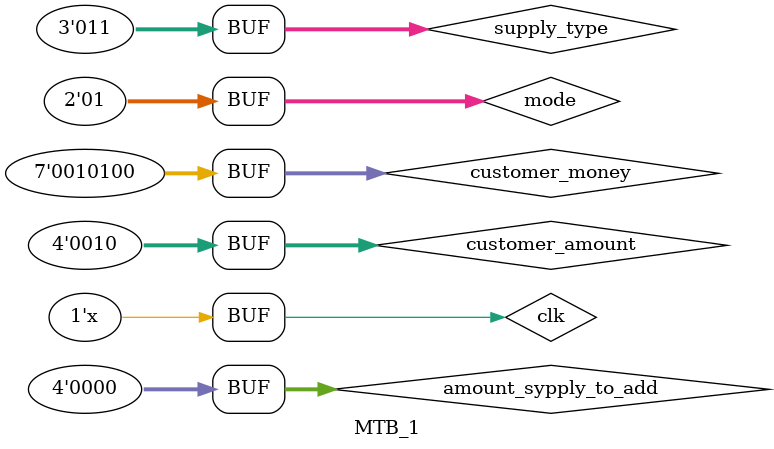
<source format=v>
`timescale 1ns / 1ps


module MTB_1;

	// Inputs
	reg [1:0] mode;
	reg clk;
	reg [6:0] customer_money;
	reg [2:0] supply_type;
	reg [3:0] customer_amount;
	reg [3:0] amount_sypply_to_add;

	// Outputs
	wire error;

	// Instantiate the Unit Under Test (UUT)
	Main uut (
		.mode(mode), 
		.clk(clk), 
		.customer_money(customer_money), 
		.supply_type(supply_type), 
		.customer_amount(customer_amount), 
		.amount_sypply_to_add(amount_sypply_to_add), 
		.error(error)
	);
	
	always #100 clk = ~clk;

	
	initial begin
		#10
	// Initialize Inputs
		mode = 0;
		clk = 0;
		customer_money = 20;
		supply_type = 3;
		customer_amount = 2;
		amount_sypply_to_add = 0;

		// Wait 100 ns for global reset to finish
		#100;
			mode = 1;

		// Add stimulus here

	end
      
endmodule


</source>
